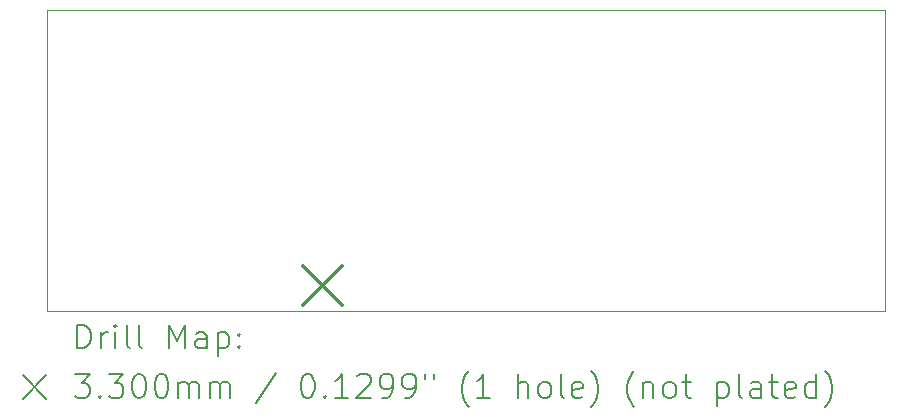
<source format=gbr>
%TF.GenerationSoftware,KiCad,Pcbnew,8.0.5*%
%TF.CreationDate,2025-03-27T16:47:24+00:00*%
%TF.ProjectId,BG95V4_4902-30029-07,42473935-5634-45f3-9439-30322d333030,rev?*%
%TF.SameCoordinates,Original*%
%TF.FileFunction,Drillmap*%
%TF.FilePolarity,Positive*%
%FSLAX45Y45*%
G04 Gerber Fmt 4.5, Leading zero omitted, Abs format (unit mm)*
G04 Created by KiCad (PCBNEW 8.0.5) date 2025-03-27 16:47:24*
%MOMM*%
%LPD*%
G01*
G04 APERTURE LIST*
%ADD10C,0.050000*%
%ADD11C,0.200000*%
%ADD12C,0.330000*%
G04 APERTURE END LIST*
D10*
X400000Y2250000D02*
X400000Y-300000D01*
X7500000Y-300000D02*
X400000Y-300000D01*
X7500000Y-300000D02*
X7500000Y2250000D01*
X7500000Y2250000D02*
X400000Y2250000D01*
D11*
D12*
X2568040Y78640D02*
X2898040Y-251360D01*
X2898040Y78640D02*
X2568040Y-251360D01*
D11*
X658277Y-613984D02*
X658277Y-413984D01*
X658277Y-413984D02*
X705896Y-413984D01*
X705896Y-413984D02*
X734467Y-423508D01*
X734467Y-423508D02*
X753515Y-442555D01*
X753515Y-442555D02*
X763039Y-461603D01*
X763039Y-461603D02*
X772562Y-499698D01*
X772562Y-499698D02*
X772562Y-528270D01*
X772562Y-528270D02*
X763039Y-566365D01*
X763039Y-566365D02*
X753515Y-585412D01*
X753515Y-585412D02*
X734467Y-604460D01*
X734467Y-604460D02*
X705896Y-613984D01*
X705896Y-613984D02*
X658277Y-613984D01*
X858277Y-613984D02*
X858277Y-480650D01*
X858277Y-518746D02*
X867801Y-499698D01*
X867801Y-499698D02*
X877324Y-490174D01*
X877324Y-490174D02*
X896372Y-480650D01*
X896372Y-480650D02*
X915420Y-480650D01*
X982086Y-613984D02*
X982086Y-480650D01*
X982086Y-413984D02*
X972562Y-423508D01*
X972562Y-423508D02*
X982086Y-433031D01*
X982086Y-433031D02*
X991610Y-423508D01*
X991610Y-423508D02*
X982086Y-413984D01*
X982086Y-413984D02*
X982086Y-433031D01*
X1105896Y-613984D02*
X1086848Y-604460D01*
X1086848Y-604460D02*
X1077324Y-585412D01*
X1077324Y-585412D02*
X1077324Y-413984D01*
X1210658Y-613984D02*
X1191610Y-604460D01*
X1191610Y-604460D02*
X1182086Y-585412D01*
X1182086Y-585412D02*
X1182086Y-413984D01*
X1439229Y-613984D02*
X1439229Y-413984D01*
X1439229Y-413984D02*
X1505896Y-556841D01*
X1505896Y-556841D02*
X1572562Y-413984D01*
X1572562Y-413984D02*
X1572562Y-613984D01*
X1753515Y-613984D02*
X1753515Y-509222D01*
X1753515Y-509222D02*
X1743991Y-490174D01*
X1743991Y-490174D02*
X1724943Y-480650D01*
X1724943Y-480650D02*
X1686848Y-480650D01*
X1686848Y-480650D02*
X1667801Y-490174D01*
X1753515Y-604460D02*
X1734467Y-613984D01*
X1734467Y-613984D02*
X1686848Y-613984D01*
X1686848Y-613984D02*
X1667801Y-604460D01*
X1667801Y-604460D02*
X1658277Y-585412D01*
X1658277Y-585412D02*
X1658277Y-566365D01*
X1658277Y-566365D02*
X1667801Y-547317D01*
X1667801Y-547317D02*
X1686848Y-537793D01*
X1686848Y-537793D02*
X1734467Y-537793D01*
X1734467Y-537793D02*
X1753515Y-528270D01*
X1848753Y-480650D02*
X1848753Y-680650D01*
X1848753Y-490174D02*
X1867801Y-480650D01*
X1867801Y-480650D02*
X1905896Y-480650D01*
X1905896Y-480650D02*
X1924943Y-490174D01*
X1924943Y-490174D02*
X1934467Y-499698D01*
X1934467Y-499698D02*
X1943991Y-518746D01*
X1943991Y-518746D02*
X1943991Y-575889D01*
X1943991Y-575889D02*
X1934467Y-594936D01*
X1934467Y-594936D02*
X1924943Y-604460D01*
X1924943Y-604460D02*
X1905896Y-613984D01*
X1905896Y-613984D02*
X1867801Y-613984D01*
X1867801Y-613984D02*
X1848753Y-604460D01*
X2029705Y-594936D02*
X2039229Y-604460D01*
X2039229Y-604460D02*
X2029705Y-613984D01*
X2029705Y-613984D02*
X2020182Y-604460D01*
X2020182Y-604460D02*
X2029705Y-594936D01*
X2029705Y-594936D02*
X2029705Y-613984D01*
X2029705Y-490174D02*
X2039229Y-499698D01*
X2039229Y-499698D02*
X2029705Y-509222D01*
X2029705Y-509222D02*
X2020182Y-499698D01*
X2020182Y-499698D02*
X2029705Y-490174D01*
X2029705Y-490174D02*
X2029705Y-509222D01*
X197500Y-842500D02*
X397500Y-1042500D01*
X397500Y-842500D02*
X197500Y-1042500D01*
X639229Y-833984D02*
X763039Y-833984D01*
X763039Y-833984D02*
X696372Y-910174D01*
X696372Y-910174D02*
X724943Y-910174D01*
X724943Y-910174D02*
X743991Y-919698D01*
X743991Y-919698D02*
X753515Y-929222D01*
X753515Y-929222D02*
X763039Y-948269D01*
X763039Y-948269D02*
X763039Y-995888D01*
X763039Y-995888D02*
X753515Y-1014936D01*
X753515Y-1014936D02*
X743991Y-1024460D01*
X743991Y-1024460D02*
X724943Y-1033984D01*
X724943Y-1033984D02*
X667801Y-1033984D01*
X667801Y-1033984D02*
X648753Y-1024460D01*
X648753Y-1024460D02*
X639229Y-1014936D01*
X848753Y-1014936D02*
X858277Y-1024460D01*
X858277Y-1024460D02*
X848753Y-1033984D01*
X848753Y-1033984D02*
X839229Y-1024460D01*
X839229Y-1024460D02*
X848753Y-1014936D01*
X848753Y-1014936D02*
X848753Y-1033984D01*
X924943Y-833984D02*
X1048753Y-833984D01*
X1048753Y-833984D02*
X982086Y-910174D01*
X982086Y-910174D02*
X1010658Y-910174D01*
X1010658Y-910174D02*
X1029705Y-919698D01*
X1029705Y-919698D02*
X1039229Y-929222D01*
X1039229Y-929222D02*
X1048753Y-948269D01*
X1048753Y-948269D02*
X1048753Y-995888D01*
X1048753Y-995888D02*
X1039229Y-1014936D01*
X1039229Y-1014936D02*
X1029705Y-1024460D01*
X1029705Y-1024460D02*
X1010658Y-1033984D01*
X1010658Y-1033984D02*
X953515Y-1033984D01*
X953515Y-1033984D02*
X934467Y-1024460D01*
X934467Y-1024460D02*
X924943Y-1014936D01*
X1172563Y-833984D02*
X1191610Y-833984D01*
X1191610Y-833984D02*
X1210658Y-843508D01*
X1210658Y-843508D02*
X1220182Y-853031D01*
X1220182Y-853031D02*
X1229705Y-872079D01*
X1229705Y-872079D02*
X1239229Y-910174D01*
X1239229Y-910174D02*
X1239229Y-957793D01*
X1239229Y-957793D02*
X1229705Y-995888D01*
X1229705Y-995888D02*
X1220182Y-1014936D01*
X1220182Y-1014936D02*
X1210658Y-1024460D01*
X1210658Y-1024460D02*
X1191610Y-1033984D01*
X1191610Y-1033984D02*
X1172563Y-1033984D01*
X1172563Y-1033984D02*
X1153515Y-1024460D01*
X1153515Y-1024460D02*
X1143991Y-1014936D01*
X1143991Y-1014936D02*
X1134467Y-995888D01*
X1134467Y-995888D02*
X1124944Y-957793D01*
X1124944Y-957793D02*
X1124944Y-910174D01*
X1124944Y-910174D02*
X1134467Y-872079D01*
X1134467Y-872079D02*
X1143991Y-853031D01*
X1143991Y-853031D02*
X1153515Y-843508D01*
X1153515Y-843508D02*
X1172563Y-833984D01*
X1363039Y-833984D02*
X1382086Y-833984D01*
X1382086Y-833984D02*
X1401134Y-843508D01*
X1401134Y-843508D02*
X1410658Y-853031D01*
X1410658Y-853031D02*
X1420182Y-872079D01*
X1420182Y-872079D02*
X1429705Y-910174D01*
X1429705Y-910174D02*
X1429705Y-957793D01*
X1429705Y-957793D02*
X1420182Y-995888D01*
X1420182Y-995888D02*
X1410658Y-1014936D01*
X1410658Y-1014936D02*
X1401134Y-1024460D01*
X1401134Y-1024460D02*
X1382086Y-1033984D01*
X1382086Y-1033984D02*
X1363039Y-1033984D01*
X1363039Y-1033984D02*
X1343991Y-1024460D01*
X1343991Y-1024460D02*
X1334467Y-1014936D01*
X1334467Y-1014936D02*
X1324944Y-995888D01*
X1324944Y-995888D02*
X1315420Y-957793D01*
X1315420Y-957793D02*
X1315420Y-910174D01*
X1315420Y-910174D02*
X1324944Y-872079D01*
X1324944Y-872079D02*
X1334467Y-853031D01*
X1334467Y-853031D02*
X1343991Y-843508D01*
X1343991Y-843508D02*
X1363039Y-833984D01*
X1515420Y-1033984D02*
X1515420Y-900650D01*
X1515420Y-919698D02*
X1524943Y-910174D01*
X1524943Y-910174D02*
X1543991Y-900650D01*
X1543991Y-900650D02*
X1572563Y-900650D01*
X1572563Y-900650D02*
X1591610Y-910174D01*
X1591610Y-910174D02*
X1601134Y-929222D01*
X1601134Y-929222D02*
X1601134Y-1033984D01*
X1601134Y-929222D02*
X1610658Y-910174D01*
X1610658Y-910174D02*
X1629705Y-900650D01*
X1629705Y-900650D02*
X1658277Y-900650D01*
X1658277Y-900650D02*
X1677324Y-910174D01*
X1677324Y-910174D02*
X1686848Y-929222D01*
X1686848Y-929222D02*
X1686848Y-1033984D01*
X1782086Y-1033984D02*
X1782086Y-900650D01*
X1782086Y-919698D02*
X1791610Y-910174D01*
X1791610Y-910174D02*
X1810658Y-900650D01*
X1810658Y-900650D02*
X1839229Y-900650D01*
X1839229Y-900650D02*
X1858277Y-910174D01*
X1858277Y-910174D02*
X1867801Y-929222D01*
X1867801Y-929222D02*
X1867801Y-1033984D01*
X1867801Y-929222D02*
X1877324Y-910174D01*
X1877324Y-910174D02*
X1896372Y-900650D01*
X1896372Y-900650D02*
X1924943Y-900650D01*
X1924943Y-900650D02*
X1943991Y-910174D01*
X1943991Y-910174D02*
X1953515Y-929222D01*
X1953515Y-929222D02*
X1953515Y-1033984D01*
X2343991Y-824460D02*
X2172563Y-1081603D01*
X2601134Y-833984D02*
X2620182Y-833984D01*
X2620182Y-833984D02*
X2639229Y-843508D01*
X2639229Y-843508D02*
X2648753Y-853031D01*
X2648753Y-853031D02*
X2658277Y-872079D01*
X2658277Y-872079D02*
X2667801Y-910174D01*
X2667801Y-910174D02*
X2667801Y-957793D01*
X2667801Y-957793D02*
X2658277Y-995888D01*
X2658277Y-995888D02*
X2648753Y-1014936D01*
X2648753Y-1014936D02*
X2639229Y-1024460D01*
X2639229Y-1024460D02*
X2620182Y-1033984D01*
X2620182Y-1033984D02*
X2601134Y-1033984D01*
X2601134Y-1033984D02*
X2582087Y-1024460D01*
X2582087Y-1024460D02*
X2572563Y-1014936D01*
X2572563Y-1014936D02*
X2563039Y-995888D01*
X2563039Y-995888D02*
X2553515Y-957793D01*
X2553515Y-957793D02*
X2553515Y-910174D01*
X2553515Y-910174D02*
X2563039Y-872079D01*
X2563039Y-872079D02*
X2572563Y-853031D01*
X2572563Y-853031D02*
X2582087Y-843508D01*
X2582087Y-843508D02*
X2601134Y-833984D01*
X2753515Y-1014936D02*
X2763039Y-1024460D01*
X2763039Y-1024460D02*
X2753515Y-1033984D01*
X2753515Y-1033984D02*
X2743991Y-1024460D01*
X2743991Y-1024460D02*
X2753515Y-1014936D01*
X2753515Y-1014936D02*
X2753515Y-1033984D01*
X2953515Y-1033984D02*
X2839229Y-1033984D01*
X2896372Y-1033984D02*
X2896372Y-833984D01*
X2896372Y-833984D02*
X2877325Y-862555D01*
X2877325Y-862555D02*
X2858277Y-881603D01*
X2858277Y-881603D02*
X2839229Y-891127D01*
X3029706Y-853031D02*
X3039229Y-843508D01*
X3039229Y-843508D02*
X3058277Y-833984D01*
X3058277Y-833984D02*
X3105896Y-833984D01*
X3105896Y-833984D02*
X3124944Y-843508D01*
X3124944Y-843508D02*
X3134467Y-853031D01*
X3134467Y-853031D02*
X3143991Y-872079D01*
X3143991Y-872079D02*
X3143991Y-891127D01*
X3143991Y-891127D02*
X3134467Y-919698D01*
X3134467Y-919698D02*
X3020182Y-1033984D01*
X3020182Y-1033984D02*
X3143991Y-1033984D01*
X3239229Y-1033984D02*
X3277325Y-1033984D01*
X3277325Y-1033984D02*
X3296372Y-1024460D01*
X3296372Y-1024460D02*
X3305896Y-1014936D01*
X3305896Y-1014936D02*
X3324944Y-986365D01*
X3324944Y-986365D02*
X3334467Y-948269D01*
X3334467Y-948269D02*
X3334467Y-872079D01*
X3334467Y-872079D02*
X3324944Y-853031D01*
X3324944Y-853031D02*
X3315420Y-843508D01*
X3315420Y-843508D02*
X3296372Y-833984D01*
X3296372Y-833984D02*
X3258277Y-833984D01*
X3258277Y-833984D02*
X3239229Y-843508D01*
X3239229Y-843508D02*
X3229706Y-853031D01*
X3229706Y-853031D02*
X3220182Y-872079D01*
X3220182Y-872079D02*
X3220182Y-919698D01*
X3220182Y-919698D02*
X3229706Y-938746D01*
X3229706Y-938746D02*
X3239229Y-948269D01*
X3239229Y-948269D02*
X3258277Y-957793D01*
X3258277Y-957793D02*
X3296372Y-957793D01*
X3296372Y-957793D02*
X3315420Y-948269D01*
X3315420Y-948269D02*
X3324944Y-938746D01*
X3324944Y-938746D02*
X3334467Y-919698D01*
X3429706Y-1033984D02*
X3467801Y-1033984D01*
X3467801Y-1033984D02*
X3486848Y-1024460D01*
X3486848Y-1024460D02*
X3496372Y-1014936D01*
X3496372Y-1014936D02*
X3515420Y-986365D01*
X3515420Y-986365D02*
X3524944Y-948269D01*
X3524944Y-948269D02*
X3524944Y-872079D01*
X3524944Y-872079D02*
X3515420Y-853031D01*
X3515420Y-853031D02*
X3505896Y-843508D01*
X3505896Y-843508D02*
X3486848Y-833984D01*
X3486848Y-833984D02*
X3448753Y-833984D01*
X3448753Y-833984D02*
X3429706Y-843508D01*
X3429706Y-843508D02*
X3420182Y-853031D01*
X3420182Y-853031D02*
X3410658Y-872079D01*
X3410658Y-872079D02*
X3410658Y-919698D01*
X3410658Y-919698D02*
X3420182Y-938746D01*
X3420182Y-938746D02*
X3429706Y-948269D01*
X3429706Y-948269D02*
X3448753Y-957793D01*
X3448753Y-957793D02*
X3486848Y-957793D01*
X3486848Y-957793D02*
X3505896Y-948269D01*
X3505896Y-948269D02*
X3515420Y-938746D01*
X3515420Y-938746D02*
X3524944Y-919698D01*
X3601134Y-833984D02*
X3601134Y-872079D01*
X3677325Y-833984D02*
X3677325Y-872079D01*
X3972563Y-1110174D02*
X3963039Y-1100650D01*
X3963039Y-1100650D02*
X3943991Y-1072079D01*
X3943991Y-1072079D02*
X3934468Y-1053031D01*
X3934468Y-1053031D02*
X3924944Y-1024460D01*
X3924944Y-1024460D02*
X3915420Y-976841D01*
X3915420Y-976841D02*
X3915420Y-938746D01*
X3915420Y-938746D02*
X3924944Y-891127D01*
X3924944Y-891127D02*
X3934468Y-862555D01*
X3934468Y-862555D02*
X3943991Y-843508D01*
X3943991Y-843508D02*
X3963039Y-814936D01*
X3963039Y-814936D02*
X3972563Y-805412D01*
X4153515Y-1033984D02*
X4039229Y-1033984D01*
X4096372Y-1033984D02*
X4096372Y-833984D01*
X4096372Y-833984D02*
X4077325Y-862555D01*
X4077325Y-862555D02*
X4058277Y-881603D01*
X4058277Y-881603D02*
X4039229Y-891127D01*
X4391611Y-1033984D02*
X4391611Y-833984D01*
X4477325Y-1033984D02*
X4477325Y-929222D01*
X4477325Y-929222D02*
X4467801Y-910174D01*
X4467801Y-910174D02*
X4448753Y-900650D01*
X4448753Y-900650D02*
X4420182Y-900650D01*
X4420182Y-900650D02*
X4401134Y-910174D01*
X4401134Y-910174D02*
X4391611Y-919698D01*
X4601134Y-1033984D02*
X4582087Y-1024460D01*
X4582087Y-1024460D02*
X4572563Y-1014936D01*
X4572563Y-1014936D02*
X4563039Y-995888D01*
X4563039Y-995888D02*
X4563039Y-938746D01*
X4563039Y-938746D02*
X4572563Y-919698D01*
X4572563Y-919698D02*
X4582087Y-910174D01*
X4582087Y-910174D02*
X4601134Y-900650D01*
X4601134Y-900650D02*
X4629706Y-900650D01*
X4629706Y-900650D02*
X4648753Y-910174D01*
X4648753Y-910174D02*
X4658277Y-919698D01*
X4658277Y-919698D02*
X4667801Y-938746D01*
X4667801Y-938746D02*
X4667801Y-995888D01*
X4667801Y-995888D02*
X4658277Y-1014936D01*
X4658277Y-1014936D02*
X4648753Y-1024460D01*
X4648753Y-1024460D02*
X4629706Y-1033984D01*
X4629706Y-1033984D02*
X4601134Y-1033984D01*
X4782087Y-1033984D02*
X4763039Y-1024460D01*
X4763039Y-1024460D02*
X4753515Y-1005412D01*
X4753515Y-1005412D02*
X4753515Y-833984D01*
X4934468Y-1024460D02*
X4915420Y-1033984D01*
X4915420Y-1033984D02*
X4877325Y-1033984D01*
X4877325Y-1033984D02*
X4858277Y-1024460D01*
X4858277Y-1024460D02*
X4848753Y-1005412D01*
X4848753Y-1005412D02*
X4848753Y-929222D01*
X4848753Y-929222D02*
X4858277Y-910174D01*
X4858277Y-910174D02*
X4877325Y-900650D01*
X4877325Y-900650D02*
X4915420Y-900650D01*
X4915420Y-900650D02*
X4934468Y-910174D01*
X4934468Y-910174D02*
X4943992Y-929222D01*
X4943992Y-929222D02*
X4943992Y-948269D01*
X4943992Y-948269D02*
X4848753Y-967317D01*
X5010658Y-1110174D02*
X5020182Y-1100650D01*
X5020182Y-1100650D02*
X5039230Y-1072079D01*
X5039230Y-1072079D02*
X5048753Y-1053031D01*
X5048753Y-1053031D02*
X5058277Y-1024460D01*
X5058277Y-1024460D02*
X5067801Y-976841D01*
X5067801Y-976841D02*
X5067801Y-938746D01*
X5067801Y-938746D02*
X5058277Y-891127D01*
X5058277Y-891127D02*
X5048753Y-862555D01*
X5048753Y-862555D02*
X5039230Y-843508D01*
X5039230Y-843508D02*
X5020182Y-814936D01*
X5020182Y-814936D02*
X5010658Y-805412D01*
X5372563Y-1110174D02*
X5363039Y-1100650D01*
X5363039Y-1100650D02*
X5343992Y-1072079D01*
X5343992Y-1072079D02*
X5334468Y-1053031D01*
X5334468Y-1053031D02*
X5324944Y-1024460D01*
X5324944Y-1024460D02*
X5315420Y-976841D01*
X5315420Y-976841D02*
X5315420Y-938746D01*
X5315420Y-938746D02*
X5324944Y-891127D01*
X5324944Y-891127D02*
X5334468Y-862555D01*
X5334468Y-862555D02*
X5343992Y-843508D01*
X5343992Y-843508D02*
X5363039Y-814936D01*
X5363039Y-814936D02*
X5372563Y-805412D01*
X5448753Y-900650D02*
X5448753Y-1033984D01*
X5448753Y-919698D02*
X5458277Y-910174D01*
X5458277Y-910174D02*
X5477325Y-900650D01*
X5477325Y-900650D02*
X5505896Y-900650D01*
X5505896Y-900650D02*
X5524944Y-910174D01*
X5524944Y-910174D02*
X5534468Y-929222D01*
X5534468Y-929222D02*
X5534468Y-1033984D01*
X5658277Y-1033984D02*
X5639230Y-1024460D01*
X5639230Y-1024460D02*
X5629706Y-1014936D01*
X5629706Y-1014936D02*
X5620182Y-995888D01*
X5620182Y-995888D02*
X5620182Y-938746D01*
X5620182Y-938746D02*
X5629706Y-919698D01*
X5629706Y-919698D02*
X5639230Y-910174D01*
X5639230Y-910174D02*
X5658277Y-900650D01*
X5658277Y-900650D02*
X5686849Y-900650D01*
X5686849Y-900650D02*
X5705896Y-910174D01*
X5705896Y-910174D02*
X5715420Y-919698D01*
X5715420Y-919698D02*
X5724944Y-938746D01*
X5724944Y-938746D02*
X5724944Y-995888D01*
X5724944Y-995888D02*
X5715420Y-1014936D01*
X5715420Y-1014936D02*
X5705896Y-1024460D01*
X5705896Y-1024460D02*
X5686849Y-1033984D01*
X5686849Y-1033984D02*
X5658277Y-1033984D01*
X5782087Y-900650D02*
X5858277Y-900650D01*
X5810658Y-833984D02*
X5810658Y-1005412D01*
X5810658Y-1005412D02*
X5820182Y-1024460D01*
X5820182Y-1024460D02*
X5839230Y-1033984D01*
X5839230Y-1033984D02*
X5858277Y-1033984D01*
X6077325Y-900650D02*
X6077325Y-1100650D01*
X6077325Y-910174D02*
X6096372Y-900650D01*
X6096372Y-900650D02*
X6134468Y-900650D01*
X6134468Y-900650D02*
X6153515Y-910174D01*
X6153515Y-910174D02*
X6163039Y-919698D01*
X6163039Y-919698D02*
X6172563Y-938746D01*
X6172563Y-938746D02*
X6172563Y-995888D01*
X6172563Y-995888D02*
X6163039Y-1014936D01*
X6163039Y-1014936D02*
X6153515Y-1024460D01*
X6153515Y-1024460D02*
X6134468Y-1033984D01*
X6134468Y-1033984D02*
X6096372Y-1033984D01*
X6096372Y-1033984D02*
X6077325Y-1024460D01*
X6286849Y-1033984D02*
X6267801Y-1024460D01*
X6267801Y-1024460D02*
X6258277Y-1005412D01*
X6258277Y-1005412D02*
X6258277Y-833984D01*
X6448753Y-1033984D02*
X6448753Y-929222D01*
X6448753Y-929222D02*
X6439230Y-910174D01*
X6439230Y-910174D02*
X6420182Y-900650D01*
X6420182Y-900650D02*
X6382087Y-900650D01*
X6382087Y-900650D02*
X6363039Y-910174D01*
X6448753Y-1024460D02*
X6429706Y-1033984D01*
X6429706Y-1033984D02*
X6382087Y-1033984D01*
X6382087Y-1033984D02*
X6363039Y-1024460D01*
X6363039Y-1024460D02*
X6353515Y-1005412D01*
X6353515Y-1005412D02*
X6353515Y-986365D01*
X6353515Y-986365D02*
X6363039Y-967317D01*
X6363039Y-967317D02*
X6382087Y-957793D01*
X6382087Y-957793D02*
X6429706Y-957793D01*
X6429706Y-957793D02*
X6448753Y-948269D01*
X6515420Y-900650D02*
X6591611Y-900650D01*
X6543992Y-833984D02*
X6543992Y-1005412D01*
X6543992Y-1005412D02*
X6553515Y-1024460D01*
X6553515Y-1024460D02*
X6572563Y-1033984D01*
X6572563Y-1033984D02*
X6591611Y-1033984D01*
X6734468Y-1024460D02*
X6715420Y-1033984D01*
X6715420Y-1033984D02*
X6677325Y-1033984D01*
X6677325Y-1033984D02*
X6658277Y-1024460D01*
X6658277Y-1024460D02*
X6648753Y-1005412D01*
X6648753Y-1005412D02*
X6648753Y-929222D01*
X6648753Y-929222D02*
X6658277Y-910174D01*
X6658277Y-910174D02*
X6677325Y-900650D01*
X6677325Y-900650D02*
X6715420Y-900650D01*
X6715420Y-900650D02*
X6734468Y-910174D01*
X6734468Y-910174D02*
X6743992Y-929222D01*
X6743992Y-929222D02*
X6743992Y-948269D01*
X6743992Y-948269D02*
X6648753Y-967317D01*
X6915420Y-1033984D02*
X6915420Y-833984D01*
X6915420Y-1024460D02*
X6896373Y-1033984D01*
X6896373Y-1033984D02*
X6858277Y-1033984D01*
X6858277Y-1033984D02*
X6839230Y-1024460D01*
X6839230Y-1024460D02*
X6829706Y-1014936D01*
X6829706Y-1014936D02*
X6820182Y-995888D01*
X6820182Y-995888D02*
X6820182Y-938746D01*
X6820182Y-938746D02*
X6829706Y-919698D01*
X6829706Y-919698D02*
X6839230Y-910174D01*
X6839230Y-910174D02*
X6858277Y-900650D01*
X6858277Y-900650D02*
X6896373Y-900650D01*
X6896373Y-900650D02*
X6915420Y-910174D01*
X6991611Y-1110174D02*
X7001134Y-1100650D01*
X7001134Y-1100650D02*
X7020182Y-1072079D01*
X7020182Y-1072079D02*
X7029706Y-1053031D01*
X7029706Y-1053031D02*
X7039230Y-1024460D01*
X7039230Y-1024460D02*
X7048753Y-976841D01*
X7048753Y-976841D02*
X7048753Y-938746D01*
X7048753Y-938746D02*
X7039230Y-891127D01*
X7039230Y-891127D02*
X7029706Y-862555D01*
X7029706Y-862555D02*
X7020182Y-843508D01*
X7020182Y-843508D02*
X7001134Y-814936D01*
X7001134Y-814936D02*
X6991611Y-805412D01*
M02*

</source>
